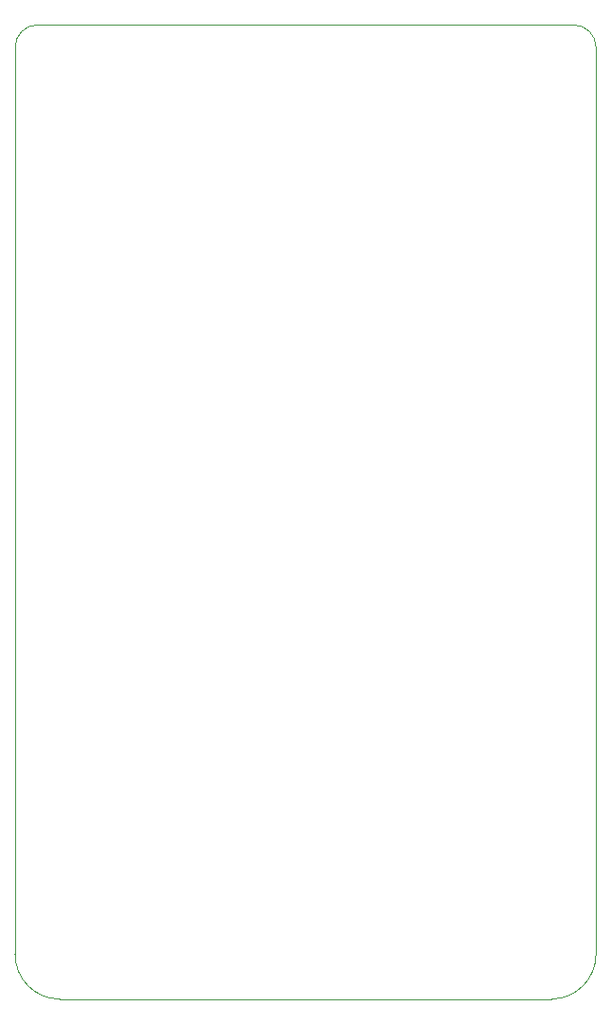
<source format=gbr>
G04 #@! TF.GenerationSoftware,KiCad,Pcbnew,7.0.5*
G04 #@! TF.CreationDate,2024-08-22T14:11:36-04:00*
G04 #@! TF.ProjectId,xDev_eval,78446576-5f65-4766-916c-2e6b69636164,V0.5*
G04 #@! TF.SameCoordinates,Original*
G04 #@! TF.FileFunction,Profile,NP*
%FSLAX46Y46*%
G04 Gerber Fmt 4.6, Leading zero omitted, Abs format (unit mm)*
G04 Created by KiCad (PCBNEW 7.0.5) date 2024-08-22 14:11:36*
%MOMM*%
%LPD*%
G01*
G04 APERTURE LIST*
G04 #@! TA.AperFunction,Profile*
%ADD10C,0.100000*%
G04 #@! TD*
G04 APERTURE END LIST*
D10*
X121810000Y-138540000D02*
G75*
G03*
X125810000Y-142540000I4000000J0D01*
G01*
X123810000Y-55470000D02*
X171810000Y-55470000D01*
X121810000Y-138540000D02*
X121810000Y-57470000D01*
X169810000Y-142540000D02*
G75*
G03*
X173810000Y-138540000I0J4000000D01*
G01*
X169810000Y-142540000D02*
X125810000Y-142540000D01*
X173810000Y-57470000D02*
G75*
G03*
X171810000Y-55470000I-2000000J0D01*
G01*
X123810000Y-55470000D02*
G75*
G03*
X121810000Y-57470000I0J-2000000D01*
G01*
X173810000Y-57470000D02*
X173810000Y-138540000D01*
M02*

</source>
